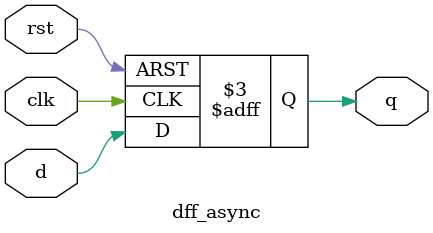
<source format=v>
`timescale 1ns / 1ps

module dff_async(
    input clk, rst, d,
    output reg q
 );
 
 always @ (posedge clk or negedge rst) begin
    if(!rst)
        q <= 0;
    else
        q <= d;
        
end
endmodule

</source>
